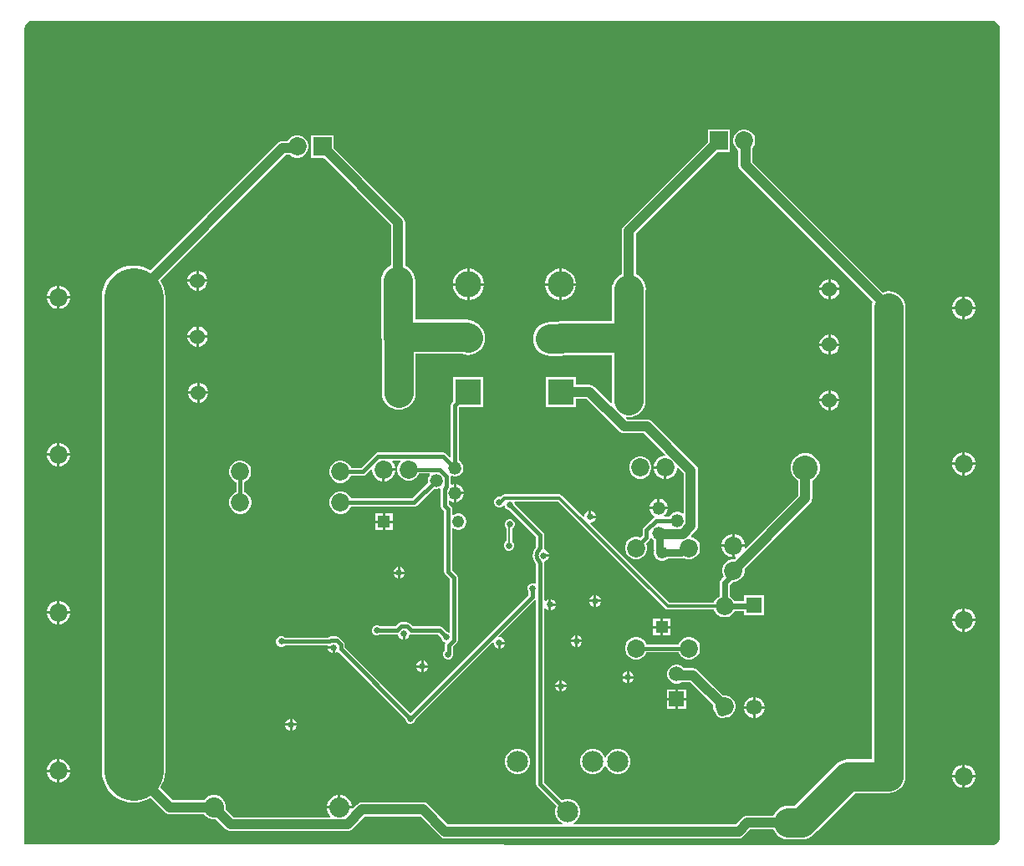
<source format=gbr>
G04*
G04 #@! TF.GenerationSoftware,Altium Limited,Altium Designer,24.0.1 (36)*
G04*
G04 Layer_Physical_Order=2*
G04 Layer_Color=16711680*
%FSLAX44Y44*%
%MOMM*%
G71*
G04*
G04 #@! TF.SameCoordinates,8FF7991A-89D8-4168-8CAE-93076DC636D7*
G04*
G04*
G04 #@! TF.FilePolarity,Positive*
G04*
G01*
G75*
%ADD43C,1.5240*%
%ADD53C,0.4000*%
%ADD54C,0.1600*%
%ADD57C,0.3000*%
%ADD58C,1.8500*%
%ADD59C,2.6400*%
%ADD60R,2.6400X2.6400*%
%ADD61C,2.0320*%
%ADD62C,1.2380*%
%ADD63R,1.2380X1.2380*%
%ADD64C,1.8500*%
%ADD65R,1.8500X1.8500*%
%ADD66C,1.3208*%
%ADD67R,1.5900X1.5900*%
%ADD68C,1.5900*%
%ADD69C,1.5080*%
%ADD70R,1.5080X1.5080*%
%ADD71C,2.1500*%
%ADD72C,2.5400*%
%ADD73R,1.2380X1.2380*%
%ADD74C,0.6500*%
%ADD75C,1.0000*%
%ADD76C,3.0000*%
%ADD77C,6.0000*%
%ADD78C,0.6000*%
%ADD79C,0.7500*%
G36*
X988547Y842948D02*
X990119Y842297D01*
X991533Y841352D01*
X992736Y840149D01*
X993681Y838735D01*
X994332Y837163D01*
X994664Y835495D01*
Y834644D01*
Y17018D01*
Y16142D01*
X994322Y14425D01*
X993652Y12807D01*
X992679Y11351D01*
X991441Y10113D01*
X989985Y9140D01*
X988367Y8470D01*
X986650Y8128D01*
X985774D01*
X6858Y9398D01*
X6798Y9458D01*
X6703Y9600D01*
X6637Y9758D01*
X6604Y9926D01*
Y10011D01*
Y834898D01*
Y835724D01*
X6926Y837343D01*
X7558Y838868D01*
X8475Y840241D01*
X9643Y841409D01*
X11016Y842326D01*
X12541Y842958D01*
X14160Y843280D01*
X986879D01*
X988547Y842948D01*
D02*
G37*
%LPC*%
G36*
X737065Y733118D02*
X734103D01*
X731242Y732351D01*
X728676Y730870D01*
X726582Y728776D01*
X725101Y726210D01*
X724334Y723349D01*
Y720387D01*
X725101Y717526D01*
X726582Y714960D01*
X728676Y712866D01*
X729660Y712298D01*
Y697618D01*
X729900Y695791D01*
X730605Y694088D01*
X731728Y692626D01*
X865934Y558419D01*
X865134Y555783D01*
X864806Y552450D01*
Y394716D01*
Y236474D01*
Y95314D01*
X840740D01*
X837407Y94986D01*
X834203Y94014D01*
X831250Y92435D01*
X828661Y90311D01*
X786674Y48324D01*
X780542D01*
X777209Y47996D01*
X774005Y47024D01*
X771052Y45445D01*
X768463Y43321D01*
X766339Y40732D01*
X765040Y38302D01*
X738886D01*
X737059Y38062D01*
X735356Y37357D01*
X733894Y36234D01*
X727072Y29412D01*
X562976D01*
X562635Y30682D01*
X564851Y31962D01*
X567225Y34335D01*
X568903Y37243D01*
X569772Y40485D01*
Y43843D01*
X568903Y47085D01*
X567225Y49993D01*
X564851Y52366D01*
X561943Y54045D01*
X558701Y54914D01*
X555343D01*
X552101Y54045D01*
X551345Y53609D01*
X533180Y71773D01*
Y247793D01*
X534450Y248317D01*
X535708Y247059D01*
X537718Y246227D01*
Y251968D01*
Y257709D01*
X535708Y256877D01*
X534450Y255619D01*
X533180Y256143D01*
Y293399D01*
X533153Y293538D01*
X533001Y294692D01*
X533790Y295962D01*
X535918Y296843D01*
X537547Y298472D01*
X538379Y300482D01*
X532638D01*
Y303022D01*
X538379D01*
X537547Y305032D01*
X535918Y306660D01*
X533790Y307542D01*
X533001Y308812D01*
X533153Y309966D01*
X533180Y310105D01*
X533180D01*
X533180Y310105D01*
X533180Y310105D01*
X533180Y311343D01*
Y322306D01*
X533180Y322306D01*
X532870Y323867D01*
X531986Y325190D01*
X531986Y325190D01*
X503344Y353832D01*
Y354358D01*
X502985Y355225D01*
X503833Y356495D01*
X547150D01*
X655724Y247921D01*
X656882Y247147D01*
X658248Y246875D01*
X705081D01*
X705289Y246102D01*
X706770Y243536D01*
X708864Y241442D01*
X711430Y239961D01*
X714291Y239194D01*
X717253D01*
X720114Y239961D01*
X722680Y241442D01*
X724774Y243536D01*
X726108Y245846D01*
X735794D01*
Y241494D01*
X755694D01*
Y261394D01*
X735794D01*
Y256042D01*
X725530D01*
X724774Y257352D01*
X722680Y259446D01*
X720870Y260491D01*
Y272128D01*
X724004Y275262D01*
X726143D01*
X729004Y276029D01*
X731570Y277510D01*
X733664Y279604D01*
X735145Y282170D01*
X735912Y285031D01*
Y287777D01*
X802552Y354418D01*
X803674Y355880D01*
X804380Y357583D01*
X804620Y359410D01*
Y377754D01*
X806586Y378889D01*
X809323Y381626D01*
X811258Y384978D01*
X812260Y388717D01*
Y392587D01*
X811258Y396326D01*
X809323Y399678D01*
X806586Y402415D01*
X803234Y404350D01*
X799495Y405352D01*
X795625D01*
X791886Y404350D01*
X788534Y402415D01*
X785797Y399678D01*
X783862Y396326D01*
X782860Y392587D01*
Y388717D01*
X783862Y384978D01*
X785797Y381626D01*
X788534Y378889D01*
X790500Y377754D01*
Y362335D01*
X737428Y309263D01*
X736328Y309898D01*
X736452Y310360D01*
Y310642D01*
X725932D01*
Y300122D01*
X726214D01*
X726676Y300246D01*
X727311Y299146D01*
X725927Y297762D01*
X723181D01*
X720320Y296995D01*
X717754Y295514D01*
X715660Y293420D01*
X714179Y290854D01*
X713412Y287993D01*
Y285031D01*
X714179Y282170D01*
X715026Y280703D01*
X712167Y277844D01*
X711062Y276190D01*
X710674Y274240D01*
Y260491D01*
X708864Y259446D01*
X706770Y257352D01*
X705289Y254786D01*
X705081Y254013D01*
X659726D01*
X579677Y334062D01*
X580203Y335332D01*
X580780D01*
X582908Y336213D01*
X584537Y337842D01*
X585369Y339852D01*
X579628D01*
Y341122D01*
X578358D01*
Y346863D01*
X576348Y346031D01*
X574720Y344402D01*
X573838Y342274D01*
Y341697D01*
X572568Y341171D01*
X551151Y362587D01*
X549994Y363361D01*
X548628Y363633D01*
X492753D01*
X491387Y363361D01*
X490230Y362587D01*
X488799Y361157D01*
X488724Y361188D01*
X486636D01*
X484706Y360389D01*
X483229Y358912D01*
X482430Y356982D01*
Y354894D01*
X483229Y352964D01*
X484706Y351487D01*
X486636Y350688D01*
X488724D01*
X490654Y351487D01*
X491574Y352407D01*
X492044Y352356D01*
X492958Y351995D01*
X493643Y350340D01*
X495120Y348863D01*
X497050Y348064D01*
X497576D01*
X525024Y320617D01*
Y310210D01*
X525011Y310205D01*
X525005Y310202D01*
X525001Y310194D01*
X524614Y309776D01*
X524151Y309172D01*
X522811Y307425D01*
X521678Y304689D01*
X521291Y301752D01*
X521678Y298815D01*
X522811Y296078D01*
X524151Y294332D01*
X524614Y293728D01*
X525001Y293310D01*
X525005Y293302D01*
X525011Y293299D01*
X525024Y293294D01*
Y273808D01*
X523754Y273074D01*
X522413Y273629D01*
X520325D01*
X518395Y272830D01*
X516918Y271353D01*
X516119Y269423D01*
Y267335D01*
X516812Y265661D01*
Y261722D01*
X397510Y142420D01*
X331114Y208815D01*
Y211537D01*
X331114Y211537D01*
X330804Y213098D01*
X329920Y214421D01*
X329920Y214421D01*
X325673Y218668D01*
X324350Y219552D01*
X322789Y219862D01*
X322789Y219862D01*
X316783D01*
X316783Y219862D01*
X315222Y219552D01*
X313960Y218708D01*
X270300D01*
X269928Y219081D01*
X267998Y219880D01*
X265910D01*
X263980Y219081D01*
X262503Y217604D01*
X261704Y215674D01*
Y213586D01*
X262503Y211656D01*
X263980Y210179D01*
X265910Y209380D01*
X267998D01*
X269928Y210179D01*
X270300Y210552D01*
X313417D01*
X313917Y209804D01*
X319786D01*
Y208534D01*
X321056D01*
Y202793D01*
X323066Y203626D01*
X323725Y204284D01*
X324152Y204242D01*
X392260Y136134D01*
Y135608D01*
X393059Y133678D01*
X394536Y132201D01*
X396466Y131402D01*
X398554D01*
X400484Y132201D01*
X401961Y133678D01*
X402760Y135608D01*
Y136134D01*
X480620Y213994D01*
X481890Y213468D01*
Y211954D01*
X482771Y209826D01*
X484400Y208197D01*
X486410Y207365D01*
Y213106D01*
X487680D01*
Y214376D01*
X493421D01*
X492589Y216386D01*
X490960Y218015D01*
X488832Y218896D01*
X487318D01*
X486792Y220166D01*
X523754Y257128D01*
X523843Y257126D01*
X525024Y256732D01*
Y70084D01*
X525024Y70084D01*
X525334Y68523D01*
X526218Y67200D01*
X545577Y47841D01*
X545141Y47085D01*
X544272Y43843D01*
Y40485D01*
X545141Y37243D01*
X546819Y34335D01*
X549193Y31962D01*
X551409Y30682D01*
X551068Y29412D01*
X435629D01*
X415599Y49442D01*
X414136Y50564D01*
X412434Y51270D01*
X410606Y51510D01*
X348742D01*
X346915Y51270D01*
X345212Y50564D01*
X343750Y49442D01*
X339598Y45291D01*
X339175Y45466D01*
X312928D01*
Y45064D01*
X313794Y41834D01*
X315466Y38938D01*
X316609Y37794D01*
X316083Y36524D01*
X218825D01*
X210667Y44682D01*
X210788Y45135D01*
Y48337D01*
X209959Y51430D01*
X208358Y54202D01*
X206094Y56466D01*
X203322Y58067D01*
X200229Y58896D01*
X197027D01*
X193934Y58067D01*
X191162Y56466D01*
X188898Y54202D01*
X188663Y53796D01*
X156848D01*
X144158Y66487D01*
X145694Y68993D01*
X147622Y73647D01*
X148798Y78545D01*
X149193Y83566D01*
Y244094D01*
Y403860D01*
Y563372D01*
X148798Y568393D01*
X147622Y573291D01*
X145694Y577945D01*
X144158Y580451D01*
X271046Y707339D01*
X275733D01*
X276048Y707024D01*
X278614Y705543D01*
X281475Y704776D01*
X284437D01*
X287298Y705543D01*
X289864Y707024D01*
X291958Y709118D01*
X293439Y711684D01*
X294206Y714545D01*
Y717507D01*
X293439Y720368D01*
X291958Y722934D01*
X289864Y725028D01*
X287298Y726509D01*
X284437Y727276D01*
X281475D01*
X278614Y726509D01*
X276048Y725028D01*
X273954Y722934D01*
X273103Y721460D01*
X268122D01*
X266294Y721219D01*
X264591Y720514D01*
X263129Y719392D01*
X134173Y590436D01*
X131667Y591972D01*
X127013Y593900D01*
X122115Y595076D01*
X117094Y595471D01*
X112073Y595076D01*
X107175Y593900D01*
X102521Y591972D01*
X98227Y589341D01*
X94397Y586069D01*
X91125Y582239D01*
X88494Y577945D01*
X86566Y573291D01*
X85390Y568393D01*
X84995Y563372D01*
Y403860D01*
Y244094D01*
Y83566D01*
X85390Y78545D01*
X86566Y73647D01*
X88494Y68993D01*
X91125Y64699D01*
X94397Y60869D01*
X98227Y57597D01*
X102521Y54966D01*
X107175Y53038D01*
X112073Y51862D01*
X117094Y51467D01*
X122115Y51862D01*
X127013Y53038D01*
X131667Y54966D01*
X134173Y56502D01*
X148932Y41744D01*
X150394Y40622D01*
X152097Y39916D01*
X153924Y39676D01*
X188663D01*
X188898Y39270D01*
X191162Y37006D01*
X193934Y35405D01*
X197027Y34576D01*
X200229D01*
X200682Y34697D01*
X210908Y24472D01*
X212370Y23349D01*
X214073Y22644D01*
X215900Y22404D01*
X333756D01*
X335583Y22644D01*
X337286Y23349D01*
X338748Y24472D01*
X351666Y37390D01*
X407682D01*
X427712Y17360D01*
X429174Y16237D01*
X430877Y15532D01*
X432704Y15292D01*
X729996D01*
X731823Y15532D01*
X733526Y16237D01*
X734988Y17360D01*
X741811Y24182D01*
X765040D01*
X766339Y21752D01*
X768463Y19163D01*
X771052Y17039D01*
X774005Y15460D01*
X777209Y14488D01*
X780542Y14160D01*
X793750D01*
X797083Y14488D01*
X800287Y15460D01*
X803240Y17039D01*
X805829Y19163D01*
X809639Y22973D01*
X847816Y61150D01*
X881888D01*
X885221Y61478D01*
X888425Y62450D01*
X891378Y64029D01*
X893967Y66153D01*
X896091Y68742D01*
X897670Y71695D01*
X898642Y74899D01*
X898970Y78232D01*
Y236474D01*
Y394716D01*
Y552450D01*
X898642Y555783D01*
X897670Y558987D01*
X896091Y561940D01*
X893967Y564529D01*
X891378Y566653D01*
X888425Y568232D01*
X885221Y569204D01*
X881888Y569532D01*
X878555Y569204D01*
X875919Y568404D01*
X743780Y700543D01*
Y714155D01*
X744586Y714960D01*
X746067Y717526D01*
X746834Y720387D01*
Y723349D01*
X746067Y726210D01*
X744586Y728776D01*
X742492Y730870D01*
X739926Y732351D01*
X737065Y733118D01*
D02*
G37*
G36*
X183202Y590296D02*
X183134D01*
Y581406D01*
X192024D01*
Y581474D01*
X191332Y584058D01*
X189994Y586374D01*
X188102Y588266D01*
X185786Y589604D01*
X183202Y590296D01*
D02*
G37*
G36*
X180594D02*
X180526D01*
X177942Y589604D01*
X175626Y588266D01*
X173734Y586374D01*
X172396Y584058D01*
X171704Y581474D01*
Y581406D01*
X180594D01*
Y590296D01*
D02*
G37*
G36*
X551206Y592210D02*
X550926D01*
Y577740D01*
X565396D01*
Y578020D01*
X564791Y581061D01*
X563605Y583926D01*
X561882Y586504D01*
X559690Y588696D01*
X557112Y590419D01*
X554247Y591605D01*
X551206Y592210D01*
D02*
G37*
G36*
X457734D02*
X457454D01*
Y577740D01*
X471924D01*
Y578020D01*
X471319Y581061D01*
X470133Y583926D01*
X468410Y586504D01*
X466218Y588696D01*
X463640Y590419D01*
X460775Y591605D01*
X457734Y592210D01*
D02*
G37*
G36*
X548386D02*
X548106D01*
X545065Y591605D01*
X542200Y590419D01*
X539622Y588696D01*
X537430Y586504D01*
X535707Y583926D01*
X534521Y581061D01*
X533916Y578020D01*
Y577740D01*
X548386D01*
Y592210D01*
D02*
G37*
G36*
X454914D02*
X454634D01*
X451593Y591605D01*
X448728Y590419D01*
X446150Y588696D01*
X443958Y586504D01*
X442235Y583926D01*
X441049Y581061D01*
X440444Y578020D01*
Y577740D01*
X454914D01*
Y592210D01*
D02*
G37*
G36*
X823536Y581660D02*
X823468D01*
Y572770D01*
X832358D01*
Y572838D01*
X831666Y575422D01*
X830328Y577738D01*
X828436Y579630D01*
X826120Y580968D01*
X823536Y581660D01*
D02*
G37*
G36*
X820928D02*
X820860D01*
X818276Y580968D01*
X815960Y579630D01*
X814068Y577738D01*
X812730Y575422D01*
X812038Y572838D01*
Y572770D01*
X820928D01*
Y581660D01*
D02*
G37*
G36*
X192024Y578866D02*
X183134D01*
Y569976D01*
X183202D01*
X185786Y570668D01*
X188102Y572006D01*
X189994Y573898D01*
X191332Y576214D01*
X192024Y578798D01*
Y578866D01*
D02*
G37*
G36*
X180594D02*
X171704D01*
Y578798D01*
X172396Y576214D01*
X173734Y573898D01*
X175626Y572006D01*
X177942Y570668D01*
X180526Y569976D01*
X180594D01*
Y578866D01*
D02*
G37*
G36*
X42446Y575162D02*
X42164D01*
Y564642D01*
X52684D01*
Y564924D01*
X51881Y567923D01*
X50328Y570611D01*
X48133Y572806D01*
X45445Y574359D01*
X42446Y575162D01*
D02*
G37*
G36*
X39624D02*
X39342D01*
X36343Y574359D01*
X33655Y572806D01*
X31460Y570611D01*
X29907Y567923D01*
X29104Y564924D01*
Y564642D01*
X39624D01*
Y575162D01*
D02*
G37*
G36*
X832358Y570230D02*
X823468D01*
Y561340D01*
X823536D01*
X826120Y562032D01*
X828436Y563370D01*
X830328Y565262D01*
X831666Y567578D01*
X832358Y570162D01*
Y570230D01*
D02*
G37*
G36*
X820928D02*
X812038D01*
Y570162D01*
X812730Y567578D01*
X814068Y565262D01*
X815960Y563370D01*
X818276Y562032D01*
X820860Y561340D01*
X820928D01*
Y570230D01*
D02*
G37*
G36*
X565396Y575200D02*
X550926D01*
Y560730D01*
X551206D01*
X554247Y561335D01*
X557112Y562521D01*
X559690Y564244D01*
X561882Y566436D01*
X563605Y569014D01*
X564791Y571879D01*
X565396Y574920D01*
Y575200D01*
D02*
G37*
G36*
X548386D02*
X533916D01*
Y574920D01*
X534521Y571879D01*
X535707Y569014D01*
X537430Y566436D01*
X539622Y564244D01*
X542200Y562521D01*
X545065Y561335D01*
X548106Y560730D01*
X548386D01*
Y575200D01*
D02*
G37*
G36*
X471924D02*
X457454D01*
Y560730D01*
X457734D01*
X460775Y561335D01*
X463640Y562521D01*
X466218Y564244D01*
X468410Y566436D01*
X470133Y569014D01*
X471319Y571879D01*
X471924Y574920D01*
Y575200D01*
D02*
G37*
G36*
X454914D02*
X440444D01*
Y574920D01*
X441049Y571879D01*
X442235Y569014D01*
X443958Y566436D01*
X446150Y564244D01*
X448728Y562521D01*
X451593Y561335D01*
X454634Y560730D01*
X454914D01*
Y575200D01*
D02*
G37*
G36*
X959640Y564240D02*
X959358D01*
Y553720D01*
X969878D01*
Y554002D01*
X969075Y557001D01*
X967522Y559689D01*
X965327Y561884D01*
X962639Y563437D01*
X959640Y564240D01*
D02*
G37*
G36*
X956818D02*
X956536D01*
X953537Y563437D01*
X950849Y561884D01*
X948654Y559689D01*
X947101Y557001D01*
X946298Y554002D01*
Y553720D01*
X956818D01*
Y564240D01*
D02*
G37*
G36*
X52684Y562102D02*
X42164D01*
Y551582D01*
X42446D01*
X45445Y552385D01*
X48133Y553938D01*
X50328Y556133D01*
X51881Y558821D01*
X52684Y561820D01*
Y562102D01*
D02*
G37*
G36*
X39624D02*
X29104D01*
Y561820D01*
X29907Y558821D01*
X31460Y556133D01*
X33655Y553938D01*
X36343Y552385D01*
X39342Y551582D01*
X39624D01*
Y562102D01*
D02*
G37*
G36*
X969878Y551180D02*
X959358D01*
Y540660D01*
X959640D01*
X962639Y541463D01*
X965327Y543016D01*
X967522Y545211D01*
X969075Y547899D01*
X969878Y550898D01*
Y551180D01*
D02*
G37*
G36*
X956818D02*
X946298D01*
Y550898D01*
X947101Y547899D01*
X948654Y545211D01*
X950849Y543016D01*
X953537Y541463D01*
X956536Y540660D01*
X956818D01*
Y551180D01*
D02*
G37*
G36*
X183362Y533748D02*
X183294D01*
Y524858D01*
X192184D01*
Y524926D01*
X191492Y527510D01*
X190154Y529826D01*
X188262Y531718D01*
X185946Y533056D01*
X183362Y533748D01*
D02*
G37*
G36*
X180754D02*
X180686D01*
X178102Y533056D01*
X175786Y531718D01*
X173894Y529826D01*
X172556Y527510D01*
X171864Y524926D01*
Y524858D01*
X180754D01*
Y533748D01*
D02*
G37*
G36*
X823282Y525526D02*
X823214D01*
Y516636D01*
X832104D01*
Y516704D01*
X831412Y519288D01*
X830074Y521604D01*
X828182Y523496D01*
X825866Y524834D01*
X823282Y525526D01*
D02*
G37*
G36*
X820674D02*
X820606D01*
X818022Y524834D01*
X815706Y523496D01*
X813814Y521604D01*
X812476Y519288D01*
X811784Y516704D01*
Y516636D01*
X820674D01*
Y525526D01*
D02*
G37*
G36*
X192184Y522318D02*
X183294D01*
Y513428D01*
X183362D01*
X185946Y514120D01*
X188262Y515458D01*
X190154Y517350D01*
X191492Y519666D01*
X192184Y522250D01*
Y522318D01*
D02*
G37*
G36*
X180754D02*
X171864D01*
Y522250D01*
X172556Y519666D01*
X173894Y517350D01*
X175786Y515458D01*
X178102Y514120D01*
X180686Y513428D01*
X180754D01*
Y522318D01*
D02*
G37*
G36*
X832104Y514096D02*
X823214D01*
Y505206D01*
X823282D01*
X825866Y505898D01*
X828182Y507236D01*
X830074Y509128D01*
X831412Y511444D01*
X832104Y514028D01*
Y514096D01*
D02*
G37*
G36*
X820674D02*
X811784D01*
Y514028D01*
X812476Y511444D01*
X813814Y509128D01*
X815706Y507236D01*
X818022Y505898D01*
X820606Y505206D01*
X820674D01*
Y514096D01*
D02*
G37*
G36*
X319606Y727276D02*
X297106D01*
Y704776D01*
X309621D01*
X378004Y636394D01*
Y595638D01*
X375574Y594339D01*
X372985Y592215D01*
X370861Y589626D01*
X369282Y586673D01*
X368310Y583469D01*
X367982Y580136D01*
X368142Y578512D01*
Y523588D01*
X368470Y520255D01*
X368744Y519353D01*
Y466598D01*
X369072Y463265D01*
X370044Y460061D01*
X371623Y457108D01*
X373747Y454519D01*
X376336Y452395D01*
X379289Y450816D01*
X382493Y449844D01*
X385826Y449516D01*
X389159Y449844D01*
X392363Y450816D01*
X395316Y452395D01*
X397905Y454519D01*
X400029Y457108D01*
X401608Y460061D01*
X402580Y463265D01*
X402908Y466598D01*
Y506506D01*
X449053D01*
X449647Y506188D01*
X452851Y505216D01*
X456184Y504888D01*
X459517Y505216D01*
X462721Y506188D01*
X465674Y507767D01*
X468263Y509891D01*
X470387Y512480D01*
X471966Y515433D01*
X472938Y518637D01*
X473266Y521970D01*
X472938Y525303D01*
X471966Y528507D01*
X470387Y531460D01*
X468263Y534049D01*
X466645Y535667D01*
X464056Y537791D01*
X461103Y539370D01*
X457899Y540342D01*
X454566Y540670D01*
X402306D01*
Y579976D01*
X401978Y583309D01*
X401006Y586513D01*
X399427Y589466D01*
X397303Y592055D01*
X397143Y592215D01*
X394554Y594339D01*
X392124Y595638D01*
Y639318D01*
X391884Y641145D01*
X391179Y642848D01*
X390056Y644310D01*
X319606Y714761D01*
Y727276D01*
D02*
G37*
G36*
X183964Y476758D02*
X183896D01*
Y467868D01*
X192786D01*
Y467936D01*
X192094Y470520D01*
X190756Y472836D01*
X188864Y474728D01*
X186548Y476066D01*
X183964Y476758D01*
D02*
G37*
G36*
X181356D02*
X181288D01*
X178704Y476066D01*
X176388Y474728D01*
X174496Y472836D01*
X173158Y470520D01*
X172466Y467936D01*
Y467868D01*
X181356D01*
Y476758D01*
D02*
G37*
G36*
X823282Y469138D02*
X823214D01*
Y460248D01*
X832104D01*
Y460316D01*
X831412Y462900D01*
X830074Y465216D01*
X828182Y467108D01*
X825866Y468446D01*
X823282Y469138D01*
D02*
G37*
G36*
X820674D02*
X820606D01*
X818022Y468446D01*
X815706Y467108D01*
X813814Y465216D01*
X812476Y462900D01*
X811784Y460316D01*
Y460248D01*
X820674D01*
Y469138D01*
D02*
G37*
G36*
X192786Y465328D02*
X183896D01*
Y456438D01*
X183964D01*
X186548Y457130D01*
X188864Y458468D01*
X190756Y460360D01*
X192094Y462676D01*
X192786Y465260D01*
Y465328D01*
D02*
G37*
G36*
X181356D02*
X172466D01*
Y465260D01*
X173158Y462676D01*
X174496Y460360D01*
X176388Y458468D01*
X178704Y457130D01*
X181288Y456438D01*
X181356D01*
Y465328D01*
D02*
G37*
G36*
X721434Y733118D02*
X698934D01*
Y720603D01*
X614006Y635674D01*
X612883Y634212D01*
X612178Y632509D01*
X611938Y630682D01*
Y587002D01*
X609508Y585703D01*
X606919Y583579D01*
X606665Y583325D01*
X604541Y580736D01*
X602962Y577783D01*
X601990Y574579D01*
X601662Y571246D01*
Y539052D01*
X549656D01*
X546323Y538724D01*
X544531Y538180D01*
X538734D01*
X535401Y537852D01*
X532197Y536880D01*
X529244Y535301D01*
X526655Y533177D01*
X524531Y530588D01*
X522952Y527635D01*
X521980Y524431D01*
X521652Y521098D01*
X521980Y517765D01*
X522952Y514561D01*
X524531Y511608D01*
X526655Y509019D01*
X529244Y506895D01*
X532197Y505316D01*
X535401Y504344D01*
X538734Y504016D01*
X549656D01*
X552989Y504344D01*
X554781Y504888D01*
X601662D01*
Y458978D01*
X601908Y456483D01*
X600688Y455906D01*
X584132Y472463D01*
X582669Y473585D01*
X580967Y474290D01*
X579139Y474530D01*
X564856D01*
Y482670D01*
X534456D01*
Y452270D01*
X564856D01*
Y460410D01*
X576215D01*
X609063Y427561D01*
X610526Y426439D01*
X612229Y425734D01*
X614056Y425493D01*
X634237D01*
X655861Y403869D01*
X655375Y402696D01*
X654276D01*
X651277Y401893D01*
X648589Y400340D01*
X646394Y398145D01*
X644842Y395457D01*
X644038Y392458D01*
Y392176D01*
X655828D01*
Y390906D01*
X657098D01*
Y379116D01*
X657380D01*
X660379Y379920D01*
X663067Y381472D01*
X665262Y383667D01*
X666814Y386355D01*
X667618Y389354D01*
Y390453D01*
X668791Y390939D01*
X674564Y385166D01*
Y344596D01*
X673390Y344110D01*
X673303Y344197D01*
X671341Y345330D01*
X669153Y345916D01*
X666887D01*
X664699Y345330D01*
X662737Y344197D01*
X661135Y342595D01*
X660440Y341390D01*
X654865D01*
X654525Y342660D01*
X654585Y342695D01*
X656287Y344398D01*
X657491Y346483D01*
X658096Y348742D01*
X648970D01*
X639844D01*
X640449Y346483D01*
X641653Y344398D01*
X643355Y342695D01*
X644369Y342110D01*
X644531Y341408D01*
X644418Y340615D01*
X643790Y340196D01*
X643790Y340196D01*
X633847Y330253D01*
X632963Y328930D01*
X632653Y327369D01*
X632653Y327369D01*
Y322007D01*
X630483Y319837D01*
X630452Y319855D01*
X627591Y320622D01*
X624629D01*
X621768Y319855D01*
X619202Y318374D01*
X617108Y316280D01*
X615627Y313714D01*
X614860Y310853D01*
Y307891D01*
X615627Y305030D01*
X617108Y302464D01*
X619202Y300370D01*
X621768Y298889D01*
X624629Y298122D01*
X627591D01*
X630452Y298889D01*
X633018Y300370D01*
X635112Y302464D01*
X636593Y305030D01*
X637360Y307891D01*
Y310853D01*
X636593Y313714D01*
X636338Y314157D01*
X639615Y317434D01*
X639615Y317434D01*
X640499Y318757D01*
X640614Y319336D01*
X641953Y319558D01*
X642085Y319329D01*
X643687Y317727D01*
X644200Y317431D01*
Y308169D01*
X644429Y307014D01*
X644082Y305717D01*
Y303561D01*
X644640Y301478D01*
X645718Y299610D01*
X647243Y298085D01*
X649111Y297007D01*
X651194Y296449D01*
X653350D01*
X655433Y297007D01*
X657301Y298085D01*
X657992Y298776D01*
X671994D01*
X674238Y299223D01*
X674491Y299391D01*
X675362Y298889D01*
X678223Y298122D01*
X681185D01*
X684046Y298889D01*
X686612Y300370D01*
X688706Y302464D01*
X690187Y305030D01*
X690954Y307891D01*
Y310853D01*
X690187Y313714D01*
X688706Y316280D01*
X686612Y318374D01*
X684046Y319855D01*
X682104Y320376D01*
X681724Y321792D01*
X686617Y326685D01*
X687738Y328147D01*
X688444Y329850D01*
X688684Y331677D01*
Y388091D01*
X688444Y389918D01*
X687738Y391621D01*
X686617Y393083D01*
X642154Y437546D01*
X640692Y438668D01*
X638989Y439373D01*
X637161Y439614D01*
X616980D01*
X615672Y440922D01*
X616249Y442141D01*
X618744Y441896D01*
X622077Y442224D01*
X625281Y443196D01*
X628234Y444775D01*
X630823Y446899D01*
X632947Y449488D01*
X634526Y452441D01*
X635498Y455645D01*
X635826Y458978D01*
Y515366D01*
X635826Y515366D01*
X635826Y515366D01*
Y568921D01*
X636080Y571500D01*
X635752Y574833D01*
X634780Y578037D01*
X633201Y580990D01*
X631077Y583579D01*
X628488Y585703D01*
X626058Y587002D01*
Y627757D01*
X708919Y710618D01*
X721434D01*
Y733118D01*
D02*
G37*
G36*
X832104Y457708D02*
X823214D01*
Y448818D01*
X823282D01*
X825866Y449510D01*
X828182Y450848D01*
X830074Y452740D01*
X831412Y455056D01*
X832104Y457640D01*
Y457708D01*
D02*
G37*
G36*
X820674D02*
X811784D01*
Y457640D01*
X812476Y455056D01*
X813814Y452740D01*
X815706Y450848D01*
X818022Y449510D01*
X820606Y448818D01*
X820674D01*
Y457708D01*
D02*
G37*
G36*
X42446Y415650D02*
X42164D01*
Y405130D01*
X52684D01*
Y405412D01*
X51881Y408411D01*
X50328Y411099D01*
X48133Y413294D01*
X45445Y414847D01*
X42446Y415650D01*
D02*
G37*
G36*
X39624D02*
X39342D01*
X36343Y414847D01*
X33655Y413294D01*
X31460Y411099D01*
X29907Y408411D01*
X29104Y405412D01*
Y405130D01*
X39624D01*
Y415650D01*
D02*
G37*
G36*
X471384Y482670D02*
X440984D01*
Y458038D01*
X439838Y456892D01*
X438954Y455569D01*
X438644Y454008D01*
X438644Y454008D01*
Y401903D01*
X437470Y401417D01*
X433880Y405008D01*
X432557Y405892D01*
X430996Y406202D01*
X430996Y406202D01*
X364844D01*
X364844Y406202D01*
X363283Y405892D01*
X361960Y405008D01*
X347618Y390666D01*
X337198D01*
X337127Y390930D01*
X335646Y393496D01*
X333552Y395590D01*
X330986Y397071D01*
X328125Y397838D01*
X325163D01*
X322302Y397071D01*
X319736Y395590D01*
X317642Y393496D01*
X316161Y390930D01*
X315394Y388069D01*
Y385107D01*
X316161Y382246D01*
X317642Y379680D01*
X319736Y377586D01*
X322302Y376105D01*
X325163Y375338D01*
X328125D01*
X330986Y376105D01*
X333552Y377586D01*
X335646Y379680D01*
X337127Y382246D01*
X337198Y382510D01*
X349308D01*
X349308Y382510D01*
X350868Y382820D01*
X352192Y383704D01*
X357369Y388881D01*
X358542Y388395D01*
Y387322D01*
X359346Y384323D01*
X360898Y381635D01*
X363093Y379440D01*
X365781Y377887D01*
X368780Y377084D01*
X369062D01*
Y388874D01*
X370332D01*
Y390144D01*
X382122D01*
Y390426D01*
X381319Y393425D01*
X379766Y396113D01*
X379007Y396872D01*
X379493Y398046D01*
X387198D01*
X387724Y396776D01*
X386730Y395782D01*
X385249Y393216D01*
X384482Y390355D01*
Y387393D01*
X385249Y384532D01*
X386730Y381966D01*
X388824Y379872D01*
X391390Y378391D01*
X394251Y377624D01*
X397213D01*
X400074Y378391D01*
X402640Y379872D01*
X404734Y381966D01*
X406215Y384532D01*
X406286Y384796D01*
X416806D01*
X417332Y383526D01*
X416787Y382981D01*
X415654Y381019D01*
X415068Y378831D01*
Y376565D01*
X415428Y375222D01*
X399631Y359424D01*
X337452D01*
X337381Y359688D01*
X335900Y362254D01*
X333806Y364348D01*
X331240Y365829D01*
X328379Y366596D01*
X325417D01*
X322556Y365829D01*
X319990Y364348D01*
X317896Y362254D01*
X316415Y359688D01*
X315648Y356827D01*
Y353865D01*
X316415Y351004D01*
X317896Y348438D01*
X319990Y346344D01*
X322556Y344863D01*
X325417Y344096D01*
X328379D01*
X331240Y344863D01*
X333806Y346344D01*
X335900Y348438D01*
X337381Y351004D01*
X337452Y351268D01*
X401320D01*
X401320Y351268D01*
X402881Y351578D01*
X404204Y352462D01*
X421196Y369454D01*
X422539Y369094D01*
X424805D01*
X426796Y369628D01*
X426979Y369593D01*
X427347Y369388D01*
X428040Y368818D01*
Y352488D01*
X428040Y352488D01*
X428350Y350927D01*
X429234Y349604D01*
X431786Y347053D01*
Y285207D01*
X431786Y285207D01*
X432096Y283646D01*
X432980Y282323D01*
X437512Y277791D01*
Y224692D01*
X436242Y223843D01*
X435384Y224198D01*
X434858D01*
X430366Y228690D01*
X429043Y229574D01*
X427482Y229884D01*
X427482Y229884D01*
X399800D01*
X396793Y232892D01*
X395470Y233776D01*
X393909Y234086D01*
X393909Y234086D01*
X387903D01*
X387903Y234086D01*
X386342Y233776D01*
X385019Y232892D01*
X385019Y232892D01*
X382012Y229884D01*
X367074D01*
X366702Y230257D01*
X364772Y231056D01*
X362684D01*
X360754Y230257D01*
X359277Y228780D01*
X358478Y226850D01*
Y224762D01*
X359277Y222832D01*
X360754Y221355D01*
X362684Y220556D01*
X364772D01*
X366702Y221355D01*
X367074Y221728D01*
X383701D01*
X383701Y221728D01*
X383846Y221756D01*
X385116Y221606D01*
X385998Y219478D01*
X387626Y217850D01*
X389636Y217017D01*
Y222758D01*
X392176D01*
Y217017D01*
X394186Y217850D01*
X395815Y219478D01*
X396696Y221606D01*
X397091Y221931D01*
X398111Y221728D01*
X398111Y221728D01*
X425793D01*
X429090Y218430D01*
Y217904D01*
X429889Y215974D01*
X431366Y214497D01*
X432288Y214115D01*
X432765Y212543D01*
X432574Y212258D01*
X432264Y210697D01*
X432264Y210697D01*
Y205501D01*
X431413Y204650D01*
X430614Y202720D01*
Y200632D01*
X431413Y198702D01*
X432890Y197225D01*
X434820Y196426D01*
X436908D01*
X438838Y197225D01*
X440315Y198702D01*
X441114Y200632D01*
Y202720D01*
X440421Y204394D01*
Y209008D01*
X444474Y213061D01*
X445358Y214384D01*
X445668Y215945D01*
X445668Y215945D01*
Y279480D01*
X445358Y281041D01*
X444474Y282364D01*
X444474Y282364D01*
X439942Y286896D01*
Y329014D01*
X440257Y329144D01*
X441212Y329417D01*
X442956Y328410D01*
X445039Y327852D01*
X447195D01*
X449278Y328410D01*
X451146Y329488D01*
X452671Y331013D01*
X453749Y332881D01*
X454307Y334964D01*
Y337120D01*
X453749Y339203D01*
X452671Y341071D01*
X451146Y342596D01*
X449278Y343674D01*
X447195Y344232D01*
X445039D01*
X442956Y343674D01*
X441212Y342667D01*
X440257Y342940D01*
X439942Y343070D01*
Y348742D01*
X439632Y350303D01*
X438748Y351626D01*
X438748Y351626D01*
X436196Y354177D01*
Y356941D01*
X437466Y357474D01*
X439193Y356477D01*
X441452Y355872D01*
Y364998D01*
Y374124D01*
X439624Y373634D01*
X438354Y374355D01*
Y381518D01*
X439047Y382088D01*
X439415Y382293D01*
X439598Y382328D01*
X441589Y381794D01*
X443855D01*
X446043Y382380D01*
X448005Y383513D01*
X449607Y385115D01*
X450740Y387077D01*
X451326Y389265D01*
Y391531D01*
X450740Y393719D01*
X449607Y395681D01*
X448005Y397283D01*
X446800Y397978D01*
Y452270D01*
X471384D01*
Y482670D01*
D02*
G37*
G36*
X959640Y406506D02*
X959358D01*
Y395986D01*
X969878D01*
Y396268D01*
X969075Y399267D01*
X967522Y401955D01*
X965327Y404150D01*
X962639Y405703D01*
X959640Y406506D01*
D02*
G37*
G36*
X956818D02*
X956536D01*
X953537Y405703D01*
X950849Y404150D01*
X948654Y401955D01*
X947101Y399267D01*
X946298Y396268D01*
Y395986D01*
X956818D01*
Y406506D01*
D02*
G37*
G36*
X52684Y402590D02*
X42164D01*
Y392070D01*
X42446D01*
X45445Y392873D01*
X48133Y394426D01*
X50328Y396621D01*
X51881Y399309D01*
X52684Y402308D01*
Y402590D01*
D02*
G37*
G36*
X39624D02*
X29104D01*
Y402308D01*
X29907Y399309D01*
X31460Y396621D01*
X33655Y394426D01*
X36343Y392873D01*
X39342Y392070D01*
X39624D01*
Y402590D01*
D02*
G37*
G36*
X969878Y393446D02*
X959358D01*
Y382926D01*
X959640D01*
X962639Y383729D01*
X965327Y385282D01*
X967522Y387477D01*
X969075Y390165D01*
X969878Y393164D01*
Y393446D01*
D02*
G37*
G36*
X956818D02*
X946298D01*
Y393164D01*
X947101Y390165D01*
X948654Y387477D01*
X950849Y385282D01*
X953537Y383729D01*
X956536Y382926D01*
X956818D01*
Y393446D01*
D02*
G37*
G36*
X631909Y402156D02*
X628947D01*
X626086Y401389D01*
X623520Y399908D01*
X621426Y397814D01*
X619945Y395248D01*
X619178Y392387D01*
Y389425D01*
X619945Y386564D01*
X621426Y383998D01*
X623520Y381904D01*
X626086Y380423D01*
X628947Y379656D01*
X631909D01*
X634770Y380423D01*
X637336Y381904D01*
X639430Y383998D01*
X640911Y386564D01*
X641678Y389425D01*
Y392387D01*
X640911Y395248D01*
X639430Y397814D01*
X637336Y399908D01*
X634770Y401389D01*
X631909Y402156D01*
D02*
G37*
G36*
X654558Y389636D02*
X644038D01*
Y389354D01*
X644842Y386355D01*
X646394Y383667D01*
X648589Y381472D01*
X651277Y379920D01*
X654276Y379116D01*
X654558D01*
Y389636D01*
D02*
G37*
G36*
X382122Y387604D02*
X371602D01*
Y377084D01*
X371884D01*
X374883Y377887D01*
X377571Y379440D01*
X379766Y381635D01*
X381319Y384323D01*
X382122Y387322D01*
Y387604D01*
D02*
G37*
G36*
X443992Y374124D02*
Y366268D01*
X451848D01*
X451243Y368527D01*
X450039Y370612D01*
X448336Y372315D01*
X446251Y373519D01*
X443992Y374124D01*
D02*
G37*
G36*
X451848Y363728D02*
X443992D01*
Y355872D01*
X446251Y356477D01*
X448336Y357681D01*
X450039Y359384D01*
X451243Y361469D01*
X451848Y363728D01*
D02*
G37*
G36*
X650240Y359138D02*
Y351282D01*
X658096D01*
X657491Y353541D01*
X656287Y355626D01*
X654585Y357329D01*
X652499Y358533D01*
X650240Y359138D01*
D02*
G37*
G36*
X647700D02*
X645441Y358533D01*
X643355Y357329D01*
X641653Y355626D01*
X640449Y353541D01*
X639844Y351282D01*
X647700D01*
Y359138D01*
D02*
G37*
G36*
X226525Y397838D02*
X223563D01*
X220702Y397071D01*
X218136Y395590D01*
X216042Y393496D01*
X214561Y390930D01*
X213794Y388069D01*
Y385107D01*
X214561Y382246D01*
X216042Y379680D01*
X218136Y377586D01*
X220702Y376105D01*
X221093Y376000D01*
Y365866D01*
X220956Y365829D01*
X218390Y364348D01*
X216296Y362254D01*
X214815Y359688D01*
X214048Y356827D01*
Y353865D01*
X214815Y351004D01*
X216296Y348438D01*
X218390Y346344D01*
X220956Y344863D01*
X223817Y344096D01*
X226779D01*
X229640Y344863D01*
X232206Y346344D01*
X234300Y348438D01*
X235781Y351004D01*
X236548Y353865D01*
Y356827D01*
X235781Y359688D01*
X234300Y362254D01*
X232206Y364348D01*
X229640Y365829D01*
X229249Y365934D01*
Y376068D01*
X229386Y376105D01*
X231952Y377586D01*
X234046Y379680D01*
X235527Y382246D01*
X236294Y385107D01*
Y388069D01*
X235527Y390930D01*
X234046Y393496D01*
X231952Y395590D01*
X229386Y397071D01*
X226525Y397838D01*
D02*
G37*
G36*
X580898Y346863D02*
Y342392D01*
X585369D01*
X584537Y344402D01*
X582908Y346031D01*
X580898Y346863D01*
D02*
G37*
G36*
X379477Y344772D02*
X372017D01*
Y337312D01*
X379477D01*
Y344772D01*
D02*
G37*
G36*
X369477D02*
X362017D01*
Y337312D01*
X369477D01*
Y344772D01*
D02*
G37*
G36*
X379477Y334772D02*
X372017D01*
Y327312D01*
X379477D01*
Y334772D01*
D02*
G37*
G36*
X369477D02*
X362017D01*
Y327312D01*
X369477D01*
Y334772D01*
D02*
G37*
G36*
X726214Y323702D02*
X725932D01*
Y313182D01*
X736452D01*
Y313464D01*
X735648Y316463D01*
X734096Y319151D01*
X731901Y321346D01*
X729213Y322898D01*
X726214Y323702D01*
D02*
G37*
G36*
X723392D02*
X723110D01*
X720111Y322898D01*
X717423Y321346D01*
X715228Y319151D01*
X713676Y316463D01*
X712872Y313464D01*
Y313182D01*
X723392D01*
Y323702D01*
D02*
G37*
G36*
X499392Y338752D02*
X497304D01*
X495374Y337953D01*
X493897Y336476D01*
X493098Y334546D01*
Y332458D01*
X493897Y330528D01*
X494985Y329440D01*
Y316623D01*
X494358Y316363D01*
X492881Y314886D01*
X492082Y312956D01*
Y310868D01*
X492881Y308938D01*
X494358Y307461D01*
X496288Y306662D01*
X498376D01*
X500306Y307461D01*
X501783Y308938D01*
X502582Y310868D01*
Y312956D01*
X501783Y314886D01*
X500695Y315974D01*
Y328792D01*
X501322Y329051D01*
X502799Y330528D01*
X503598Y332458D01*
Y334546D01*
X502799Y336476D01*
X501322Y337953D01*
X499392Y338752D01*
D02*
G37*
G36*
X723392Y310642D02*
X712872D01*
Y310360D01*
X713676Y307361D01*
X715228Y304673D01*
X717423Y302478D01*
X720111Y300926D01*
X723110Y300122D01*
X723392D01*
Y310642D01*
D02*
G37*
G36*
X387350Y289967D02*
Y285496D01*
X391821D01*
X390989Y287506D01*
X389360Y289135D01*
X387350Y289967D01*
D02*
G37*
G36*
X384810D02*
X382800Y289135D01*
X381171Y287506D01*
X380339Y285496D01*
X384810D01*
Y289967D01*
D02*
G37*
G36*
X391821Y282956D02*
X387350D01*
Y278485D01*
X389360Y279317D01*
X390989Y280946D01*
X391821Y282956D01*
D02*
G37*
G36*
X384810D02*
X380339D01*
X381171Y280946D01*
X382800Y279317D01*
X384810Y278485D01*
Y282956D01*
D02*
G37*
G36*
X585975Y261529D02*
Y257058D01*
X590446D01*
X589613Y259067D01*
X587984Y260696D01*
X585975Y261529D01*
D02*
G37*
G36*
X583435D02*
X581425Y260696D01*
X579796Y259067D01*
X578964Y257058D01*
X583435D01*
Y261529D01*
D02*
G37*
G36*
X540258Y257709D02*
Y253238D01*
X544729D01*
X543896Y255248D01*
X542268Y256877D01*
X540258Y257709D01*
D02*
G37*
G36*
X590446Y254518D02*
X585975D01*
Y250047D01*
X587984Y250879D01*
X589613Y252508D01*
X590446Y254518D01*
D02*
G37*
G36*
X583435D02*
X578964D01*
X579796Y252508D01*
X581425Y250879D01*
X583435Y250047D01*
Y254518D01*
D02*
G37*
G36*
X544729Y250698D02*
X540258D01*
Y246227D01*
X542268Y247059D01*
X543896Y248688D01*
X544729Y250698D01*
D02*
G37*
G36*
X42446Y255884D02*
X42164D01*
Y245364D01*
X52684D01*
Y245646D01*
X51881Y248645D01*
X50328Y251333D01*
X48133Y253528D01*
X45445Y255081D01*
X42446Y255884D01*
D02*
G37*
G36*
X39624D02*
X39342D01*
X36343Y255081D01*
X33655Y253528D01*
X31460Y251333D01*
X29907Y248645D01*
X29104Y245646D01*
Y245364D01*
X39624D01*
Y255884D01*
D02*
G37*
G36*
X959640Y248264D02*
X959358D01*
Y237744D01*
X969878D01*
Y238026D01*
X969075Y241025D01*
X967522Y243713D01*
X965327Y245908D01*
X962639Y247461D01*
X959640Y248264D01*
D02*
G37*
G36*
X956818D02*
X956536D01*
X953537Y247461D01*
X950849Y245908D01*
X948654Y243713D01*
X947101Y241025D01*
X946298Y238026D01*
Y237744D01*
X956818D01*
Y248264D01*
D02*
G37*
G36*
X52684Y242824D02*
X42164D01*
Y232304D01*
X42446D01*
X45445Y233107D01*
X48133Y234660D01*
X50328Y236855D01*
X51881Y239543D01*
X52684Y242542D01*
Y242824D01*
D02*
G37*
G36*
X39624D02*
X29104D01*
Y242542D01*
X29907Y239543D01*
X31460Y236855D01*
X33655Y234660D01*
X36343Y233107D01*
X39342Y232304D01*
X39624D01*
Y242824D01*
D02*
G37*
G36*
X661002Y237999D02*
X653542D01*
Y230539D01*
X661002D01*
Y237999D01*
D02*
G37*
G36*
X651002D02*
X643542D01*
Y230539D01*
X651002D01*
Y237999D01*
D02*
G37*
G36*
X969878Y235204D02*
X959358D01*
Y224684D01*
X959640D01*
X962639Y225487D01*
X965327Y227040D01*
X967522Y229235D01*
X969075Y231923D01*
X969878Y234922D01*
Y235204D01*
D02*
G37*
G36*
X956818D02*
X946298D01*
Y234922D01*
X947101Y231923D01*
X948654Y229235D01*
X950849Y227040D01*
X953537Y225487D01*
X956536Y224684D01*
X956818D01*
Y235204D01*
D02*
G37*
G36*
X661002Y227999D02*
X653542D01*
Y220539D01*
X661002D01*
Y227999D01*
D02*
G37*
G36*
X651002D02*
X643542D01*
Y220539D01*
X651002D01*
Y227999D01*
D02*
G37*
G36*
X567094Y220859D02*
Y216388D01*
X571565D01*
X570732Y218398D01*
X569104Y220026D01*
X567094Y220859D01*
D02*
G37*
G36*
X564554D02*
X562544Y220026D01*
X560915Y218398D01*
X560083Y216388D01*
X564554D01*
Y220859D01*
D02*
G37*
G36*
X681185Y219022D02*
X678223D01*
X675362Y218255D01*
X672796Y216774D01*
X670702Y214680D01*
X669221Y212114D01*
X669150Y211850D01*
X636664D01*
X636593Y212114D01*
X635112Y214680D01*
X633018Y216774D01*
X630452Y218255D01*
X627591Y219022D01*
X624629D01*
X621768Y218255D01*
X619202Y216774D01*
X617108Y214680D01*
X615627Y212114D01*
X614860Y209253D01*
Y206291D01*
X615627Y203430D01*
X617108Y200864D01*
X619202Y198770D01*
X621768Y197289D01*
X624629Y196522D01*
X627591D01*
X630452Y197289D01*
X633018Y198770D01*
X635112Y200864D01*
X636593Y203430D01*
X636664Y203694D01*
X669150D01*
X669221Y203430D01*
X670702Y200864D01*
X672796Y198770D01*
X675362Y197289D01*
X678223Y196522D01*
X681185D01*
X684046Y197289D01*
X686612Y198770D01*
X688706Y200864D01*
X690187Y203430D01*
X690954Y206291D01*
Y209253D01*
X690187Y212114D01*
X688706Y214680D01*
X686612Y216774D01*
X684046Y218255D01*
X681185Y219022D01*
D02*
G37*
G36*
X571565Y213848D02*
X567094D01*
Y209377D01*
X569104Y210210D01*
X570732Y211838D01*
X571565Y213848D01*
D02*
G37*
G36*
X564554D02*
X560083D01*
X560915Y211838D01*
X562544Y210210D01*
X564554Y209377D01*
Y213848D01*
D02*
G37*
G36*
X493421Y211836D02*
X488950D01*
Y207365D01*
X490960Y208197D01*
X492589Y209826D01*
X493421Y211836D01*
D02*
G37*
G36*
X318516Y207264D02*
X314045D01*
X314877Y205254D01*
X316506Y203626D01*
X318516Y202793D01*
Y207264D01*
D02*
G37*
G36*
X410893Y195316D02*
Y190845D01*
X415364D01*
X414531Y192855D01*
X412902Y194483D01*
X410893Y195316D01*
D02*
G37*
G36*
X408353D02*
X406343Y194483D01*
X404714Y192855D01*
X403882Y190845D01*
X408353D01*
Y195316D01*
D02*
G37*
G36*
X415364Y188305D02*
X410893D01*
Y183834D01*
X412902Y184666D01*
X414531Y186295D01*
X415364Y188305D01*
D02*
G37*
G36*
X408353D02*
X403882D01*
X404714Y186295D01*
X406343Y184666D01*
X408353Y183834D01*
Y188305D01*
D02*
G37*
G36*
X619252Y184303D02*
Y179832D01*
X623723D01*
X622891Y181842D01*
X621262Y183470D01*
X619252Y184303D01*
D02*
G37*
G36*
X616712D02*
X614702Y183470D01*
X613074Y181842D01*
X612241Y179832D01*
X616712D01*
Y184303D01*
D02*
G37*
G36*
X623723Y177292D02*
X619252D01*
Y172821D01*
X621262Y173654D01*
X622891Y175282D01*
X623723Y177292D01*
D02*
G37*
G36*
X616712D02*
X612241D01*
X613074Y175282D01*
X614702Y173654D01*
X616712Y172821D01*
Y177292D01*
D02*
G37*
G36*
X551180Y175413D02*
Y170942D01*
X555651D01*
X554818Y172952D01*
X553190Y174580D01*
X551180Y175413D01*
D02*
G37*
G36*
X548640D02*
X546630Y174580D01*
X545001Y172952D01*
X544169Y170942D01*
X548640D01*
Y175413D01*
D02*
G37*
G36*
X555651Y168402D02*
X551180D01*
Y163931D01*
X553190Y164764D01*
X554818Y166392D01*
X555651Y168402D01*
D02*
G37*
G36*
X548640D02*
X544169D01*
X545001Y166392D01*
X546630Y164764D01*
X548640Y163931D01*
Y168402D01*
D02*
G37*
G36*
X677338Y166290D02*
X668528D01*
Y157480D01*
X677338D01*
Y166290D01*
D02*
G37*
G36*
X665988D02*
X657178D01*
Y157480D01*
X665988D01*
Y166290D01*
D02*
G37*
G36*
X747125Y158334D02*
X747014D01*
Y149114D01*
X756234D01*
Y149225D01*
X755519Y151893D01*
X754138Y154285D01*
X752185Y156238D01*
X749793Y157619D01*
X747125Y158334D01*
D02*
G37*
G36*
X744474D02*
X744363D01*
X741695Y157619D01*
X739303Y156238D01*
X737350Y154285D01*
X735969Y151893D01*
X735254Y149225D01*
Y149114D01*
X744474D01*
Y158334D01*
D02*
G37*
G36*
X677338Y154940D02*
X668528D01*
Y146130D01*
X677338D01*
Y154940D01*
D02*
G37*
G36*
X665988D02*
X657178D01*
Y146130D01*
X665988D01*
Y154940D01*
D02*
G37*
G36*
X756234Y146574D02*
X747014D01*
Y137354D01*
X747125D01*
X749793Y138069D01*
X752185Y139450D01*
X754138Y141403D01*
X755519Y143795D01*
X756234Y146463D01*
Y146574D01*
D02*
G37*
G36*
X744474D02*
X735254D01*
Y146463D01*
X735969Y143795D01*
X737350Y141403D01*
X739303Y139450D01*
X741695Y138069D01*
X744363Y137354D01*
X744474D01*
Y146574D01*
D02*
G37*
G36*
X668514Y191150D02*
X666002D01*
X663576Y190500D01*
X661400Y189244D01*
X659624Y187468D01*
X658368Y185292D01*
X657718Y182866D01*
Y180354D01*
X658368Y177928D01*
X659624Y175752D01*
X661400Y173976D01*
X663576Y172720D01*
X666002Y172070D01*
X668514D01*
X670940Y172720D01*
X672426Y173578D01*
X681053D01*
X704522Y150109D01*
Y147363D01*
X705289Y144502D01*
X706348Y142668D01*
X706412Y142177D01*
X707117Y140474D01*
X708240Y139011D01*
X709702Y137889D01*
X711405Y137184D01*
X713232Y136944D01*
X715059Y137184D01*
X716049Y137594D01*
X717253D01*
X720114Y138361D01*
X722680Y139842D01*
X724774Y141936D01*
X726255Y144502D01*
X727022Y147363D01*
Y150325D01*
X726255Y153186D01*
X724774Y155752D01*
X722680Y157846D01*
X720114Y159327D01*
X717253Y160094D01*
X714507D01*
X688970Y185630D01*
X687508Y186752D01*
X685805Y187458D01*
X683978Y187698D01*
X674661D01*
X673116Y189244D01*
X670940Y190500D01*
X668514Y191150D01*
D02*
G37*
G36*
X277876Y136297D02*
Y131826D01*
X282347D01*
X281514Y133836D01*
X279886Y135464D01*
X277876Y136297D01*
D02*
G37*
G36*
X275336D02*
X273326Y135464D01*
X271698Y133836D01*
X270865Y131826D01*
X275336D01*
Y136297D01*
D02*
G37*
G36*
X282347Y129286D02*
X277876D01*
Y124815D01*
X279886Y125647D01*
X281514Y127276D01*
X282347Y129286D01*
D02*
G37*
G36*
X275336D02*
X270865D01*
X271698Y127276D01*
X273326Y125647D01*
X275336Y124815D01*
Y129286D01*
D02*
G37*
G36*
X609501Y105714D02*
X606143D01*
X602901Y104845D01*
X599993Y103167D01*
X597620Y100793D01*
X595941Y97885D01*
X595757Y97199D01*
X594487D01*
X594303Y97885D01*
X592625Y100793D01*
X590251Y103167D01*
X587343Y104845D01*
X584101Y105714D01*
X580743D01*
X577501Y104845D01*
X574593Y103167D01*
X572220Y100793D01*
X570541Y97885D01*
X569672Y94643D01*
Y91285D01*
X570541Y88043D01*
X572220Y85135D01*
X574593Y82761D01*
X577501Y81083D01*
X580743Y80214D01*
X584101D01*
X587343Y81083D01*
X590251Y82761D01*
X592625Y85135D01*
X594303Y88043D01*
X594487Y88729D01*
X595757D01*
X595941Y88043D01*
X597620Y85135D01*
X599993Y82761D01*
X602901Y81083D01*
X606143Y80214D01*
X609501D01*
X612743Y81083D01*
X615651Y82761D01*
X618024Y85135D01*
X619703Y88043D01*
X620572Y91285D01*
Y94643D01*
X619703Y97885D01*
X618024Y100793D01*
X615651Y103167D01*
X612743Y104845D01*
X609501Y105714D01*
D02*
G37*
G36*
X42446Y95356D02*
X42164D01*
Y84836D01*
X52684D01*
Y85118D01*
X51881Y88117D01*
X50328Y90805D01*
X48133Y93000D01*
X45445Y94553D01*
X42446Y95356D01*
D02*
G37*
G36*
X39624D02*
X39342D01*
X36343Y94553D01*
X33655Y93000D01*
X31460Y90805D01*
X29907Y88117D01*
X29104Y85118D01*
Y84836D01*
X39624D01*
Y95356D01*
D02*
G37*
G36*
X507901Y105714D02*
X504543D01*
X501301Y104845D01*
X498393Y103167D01*
X496020Y100793D01*
X494341Y97885D01*
X493472Y94643D01*
Y91285D01*
X494341Y88043D01*
X496020Y85135D01*
X498393Y82761D01*
X501301Y81083D01*
X504543Y80214D01*
X507901D01*
X511143Y81083D01*
X514051Y82761D01*
X516424Y85135D01*
X518103Y88043D01*
X518972Y91285D01*
Y94643D01*
X518103Y97885D01*
X516424Y100793D01*
X514051Y103167D01*
X511143Y104845D01*
X507901Y105714D01*
D02*
G37*
G36*
X959640Y90022D02*
X959358D01*
Y79502D01*
X969878D01*
Y79784D01*
X969075Y82783D01*
X967522Y85471D01*
X965327Y87666D01*
X962639Y89219D01*
X959640Y90022D01*
D02*
G37*
G36*
X956818D02*
X956536D01*
X953537Y89219D01*
X950849Y87666D01*
X948654Y85471D01*
X947101Y82783D01*
X946298Y79784D01*
Y79502D01*
X956818D01*
Y90022D01*
D02*
G37*
G36*
X52684Y82296D02*
X42164D01*
Y71776D01*
X42446D01*
X45445Y72579D01*
X48133Y74132D01*
X50328Y76327D01*
X51881Y79015D01*
X52684Y82014D01*
Y82296D01*
D02*
G37*
G36*
X39624D02*
X29104D01*
Y82014D01*
X29907Y79015D01*
X31460Y76327D01*
X33655Y74132D01*
X36343Y72579D01*
X39342Y71776D01*
X39624D01*
Y82296D01*
D02*
G37*
G36*
X969878Y76962D02*
X959358D01*
Y66442D01*
X959640D01*
X962639Y67245D01*
X965327Y68798D01*
X967522Y70993D01*
X969075Y73681D01*
X969878Y76680D01*
Y76962D01*
D02*
G37*
G36*
X956818D02*
X946298D01*
Y76680D01*
X947101Y73681D01*
X948654Y70993D01*
X950849Y68798D01*
X953537Y67245D01*
X956536Y66442D01*
X956818D01*
Y76962D01*
D02*
G37*
G36*
X327300Y59436D02*
X326898D01*
Y48006D01*
X338328D01*
Y48408D01*
X337463Y51638D01*
X335790Y54534D01*
X333426Y56898D01*
X330530Y58570D01*
X327300Y59436D01*
D02*
G37*
G36*
X324358D02*
X323956D01*
X320726Y58570D01*
X317830Y56898D01*
X315466Y54534D01*
X313794Y51638D01*
X312928Y48408D01*
Y48006D01*
X324358D01*
Y59436D01*
D02*
G37*
%LPD*%
D43*
X182626Y466598D02*
D03*
X385826D02*
D03*
X182024Y523588D02*
D03*
X385224D02*
D03*
X181864Y580136D02*
D03*
X385064D02*
D03*
X822198Y571500D02*
D03*
X618998D02*
D03*
X821944Y458978D02*
D03*
X618744D02*
D03*
X821944Y515366D02*
D03*
X618744D02*
D03*
D53*
X529102Y293399D02*
G03*
X527785Y296366I-4000J-0D01*
G01*
X527788Y307141D02*
G03*
X529102Y310105I-2686J2964D01*
G01*
X527788Y307141D02*
G03*
X527785Y296366I4850J-5389D01*
G01*
X529102Y70084D02*
Y293399D01*
Y70084D02*
X557022Y42164D01*
X322789Y215784D02*
X327036Y211537D01*
X266954Y214630D02*
X315629D01*
X327036Y207126D02*
X397510Y136652D01*
X316783Y215784D02*
X322789D01*
X327036Y207126D02*
Y211537D01*
X315629Y214630D02*
X316783Y215784D01*
X398111Y225806D02*
X427482D01*
X387903Y230008D02*
X393909D01*
X398111Y225806D01*
X363728D02*
X383701D01*
X387903Y230008D01*
X427482Y225806D02*
X434340Y218948D01*
X529102Y310105D02*
Y322306D01*
X442722Y390398D02*
Y454008D01*
X456184Y467470D01*
X349308Y386588D02*
X364844Y402124D01*
X430996D01*
X442722Y390398D01*
X326644Y386588D02*
X349308D01*
X401320Y355346D02*
X423672Y377698D01*
X326898Y355346D02*
X401320D01*
X432118Y352488D02*
X435864Y348742D01*
X434276Y371548D02*
Y382090D01*
X395732Y388874D02*
X427492D01*
X434276Y382090D01*
X432118Y352488D02*
Y369390D01*
X435864Y285207D02*
Y348742D01*
X432118Y369390D02*
X434276Y371548D01*
X225171Y355473D02*
X225298Y355346D01*
X225171Y355473D02*
Y386461D01*
X225044Y386588D02*
X225171Y386461D01*
X520891Y267901D02*
X521369Y268379D01*
X397510Y136652D02*
X520891Y260033D01*
Y267901D01*
X436342Y202154D02*
Y210697D01*
X435864Y285207D02*
X441590Y279480D01*
X435864Y201676D02*
X436342Y202154D01*
Y210697D02*
X441590Y215945D01*
Y279480D01*
X498094Y353314D02*
X529102Y322306D01*
X626110Y207772D02*
X679704D01*
X636731Y320318D02*
Y327369D01*
X646674Y337312D01*
X668020D01*
X626110Y309372D02*
Y309697D01*
X636731Y320318D01*
D54*
X497332Y311912D02*
Y313182D01*
X497840Y313690D01*
Y332994D01*
X498348Y333502D01*
D57*
X548628Y360064D02*
X658248Y250444D01*
X492753Y360064D02*
X548628D01*
X488627Y355938D02*
X492753Y360064D01*
X487680Y355938D02*
X488627D01*
X658248Y250444D02*
X715772D01*
D58*
X225298Y355346D02*
D03*
X326898D02*
D03*
X715772Y148844D02*
D03*
Y250444D02*
D03*
X370332Y388874D02*
D03*
X395732D02*
D03*
X225044Y386588D02*
D03*
X326644D02*
D03*
X282956Y716026D02*
D03*
X724662Y286512D02*
D03*
Y311912D02*
D03*
X630428Y390906D02*
D03*
X655828D02*
D03*
X626110Y309372D02*
D03*
Y207772D02*
D03*
X679704Y309372D02*
D03*
Y207772D02*
D03*
X735584Y721868D02*
D03*
D59*
X549656Y576470D02*
D03*
Y521970D02*
D03*
X456184D02*
D03*
Y576470D02*
D03*
D60*
X549656Y467470D02*
D03*
X456184D02*
D03*
D61*
X325628Y46736D02*
D03*
X198628D02*
D03*
D62*
X446117Y336042D02*
D03*
X652272Y304639D02*
D03*
D63*
X370747Y336042D02*
D03*
D64*
X40894Y244094D02*
D03*
X117094D02*
D03*
X40894Y563372D02*
D03*
X117094D02*
D03*
X40894Y83566D02*
D03*
X117094D02*
D03*
X40894Y403860D02*
D03*
X117094D02*
D03*
X958088Y78232D02*
D03*
X881888D02*
D03*
X958088Y552450D02*
D03*
X881888D02*
D03*
X958088Y394716D02*
D03*
X881888D02*
D03*
X958088Y236474D02*
D03*
X881888D02*
D03*
D65*
X308356Y716026D02*
D03*
X710184Y721868D02*
D03*
D66*
X442722Y364998D02*
D03*
X423672Y377698D02*
D03*
X442722Y390398D02*
D03*
X648970Y324612D02*
D03*
X668020Y337312D02*
D03*
X648970Y350012D02*
D03*
D67*
X745744Y251444D02*
D03*
D68*
Y147844D02*
D03*
D69*
X667258Y181610D02*
D03*
D70*
Y156210D02*
D03*
D71*
X557022Y42164D02*
D03*
X506222Y92964D02*
D03*
X582422D02*
D03*
X607822D02*
D03*
D72*
X797560Y35052D02*
D03*
Y390652D02*
D03*
D73*
X652272Y229269D02*
D03*
D74*
X538988Y251968D02*
D03*
X276606Y130556D02*
D03*
X487680Y213106D02*
D03*
X565824Y215118D02*
D03*
X549910Y169672D02*
D03*
X386080Y284226D02*
D03*
X319786Y208534D02*
D03*
X409623Y189575D02*
D03*
X579628Y341122D02*
D03*
X390906Y222758D02*
D03*
X617982Y178562D02*
D03*
X584705Y255788D02*
D03*
X532638Y301752D02*
D03*
X397510Y136652D02*
D03*
X521369Y268379D02*
D03*
X434340Y218948D02*
D03*
X363728Y225806D02*
D03*
X266954Y214630D02*
D03*
X435864Y201676D02*
D03*
X487680Y355938D02*
D03*
X498094Y353314D02*
D03*
X497332Y311912D02*
D03*
X498348Y333502D02*
D03*
D75*
X715772Y146544D02*
Y148844D01*
X713232Y144004D02*
X715772Y146544D01*
X153924Y46736D02*
X201421D01*
X198628D02*
X215900Y29464D01*
X198628Y46736D02*
X198628D01*
X215900Y29464D02*
X333756D01*
X410606Y44450D02*
X432704Y22352D01*
X729996D02*
X738886Y31242D01*
X432704Y22352D02*
X729996D01*
X117094Y83566D02*
X153924Y46736D01*
X333756Y29464D02*
X348742Y44450D01*
X410606D01*
X738886Y31242D02*
X780542D01*
X648970Y324612D02*
X649838D01*
X650742Y323708D01*
X673655D01*
X681624Y331677D02*
Y388091D01*
X637161Y432553D02*
X681624Y388091D01*
X614056Y432553D02*
X637161D01*
X579139Y467470D02*
X614056Y432553D01*
X549656Y467470D02*
X579139D01*
X673655Y323708D02*
X681624Y331677D01*
X385064Y580136D02*
Y639318D01*
X308356Y716026D02*
X385064Y639318D01*
X736720Y697618D02*
X881888Y552450D01*
X736720Y697618D02*
Y720732D01*
X735584Y721868D02*
X736720Y720732D01*
X618998Y630682D02*
X710184Y721868D01*
X618998Y571500D02*
Y630682D01*
X268122Y714400D02*
X281330D01*
X282956Y716026D01*
X117094Y563372D02*
X268122Y714400D01*
X683978Y180638D02*
X715772Y148844D01*
X668230Y180638D02*
X683978D01*
X667258Y181610D02*
X668230Y180638D01*
X797560Y359410D02*
Y390652D01*
X724662Y286512D02*
X797560Y359410D01*
D76*
X538734Y521098D02*
X549656D01*
X612140Y521970D02*
X618744Y515366D01*
X549656Y521970D02*
X612140D01*
X618744Y458978D02*
Y515366D01*
Y571246D02*
X618998Y571500D01*
X618744Y515366D02*
Y571246D01*
X385224Y523588D02*
X454566D01*
X456184Y521970D01*
X385224Y523588D02*
Y579976D01*
X385064Y580136D02*
X385224Y579976D01*
Y523588D02*
X385826Y522986D01*
Y466598D02*
Y522986D01*
X881888Y236474D02*
Y394716D01*
X797560Y35052D02*
X840740Y78232D01*
X793750Y31242D02*
X797560Y35052D01*
X840740Y78232D02*
X881888D01*
X780542Y31242D02*
X793750D01*
X881888Y394716D02*
Y552450D01*
Y78232D02*
Y236474D01*
D77*
X117094Y403860D02*
Y563372D01*
Y244094D02*
Y403860D01*
Y83566D02*
Y244094D01*
D78*
X716272Y250944D02*
X745244D01*
X745744Y251444D01*
X715772Y250444D02*
X716272Y250944D01*
X715772Y274240D02*
X724662Y283130D01*
Y286512D01*
X715772Y250444D02*
Y274240D01*
D79*
X671994Y304639D02*
X676727Y309372D01*
X652272Y304639D02*
X671994D01*
X676727Y309372D02*
X679704D01*
X650062Y308169D02*
Y323520D01*
X652272Y304639D02*
Y305959D01*
X650062Y308169D02*
X652272Y305959D01*
M02*

</source>
